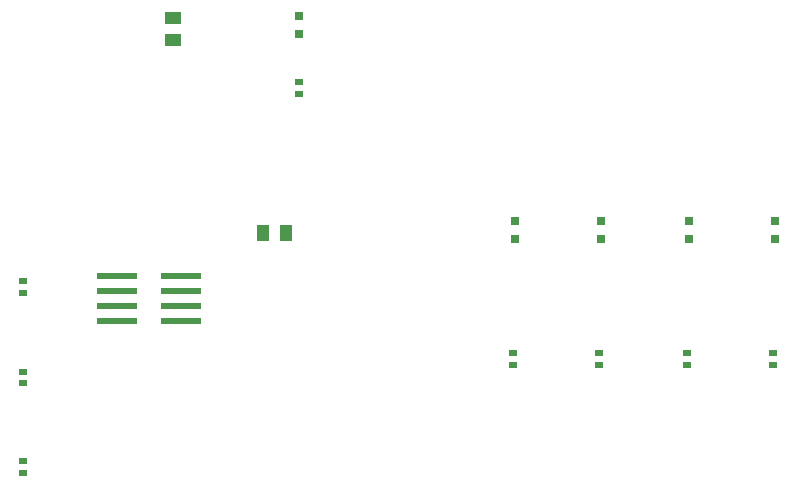
<source format=gtp>
G04*
G04 #@! TF.GenerationSoftware,Altium Limited,Altium Designer,21.6.4 (81)*
G04*
G04 Layer_Color=8421504*
%FSLAX25Y25*%
%MOIN*%
G70*
G04*
G04 #@! TF.SameCoordinates,4A56815A-3FA2-45B3-BCD2-B1825AC70E21*
G04*
G04*
G04 #@! TF.FilePolarity,Positive*
G04*
G01*
G75*
%ADD19R,0.02756X0.02362*%
%ADD20R,0.13386X0.02362*%
%ADD21R,0.03150X0.03150*%
%ADD22R,0.03937X0.05709*%
%ADD23R,0.05709X0.03937*%
D19*
X146000Y149469D02*
D03*
Y145531D02*
D03*
X54000Y48910D02*
D03*
Y52847D02*
D03*
X303900Y55032D02*
D03*
Y58969D02*
D03*
X275400Y55032D02*
D03*
Y58969D02*
D03*
X245900Y55032D02*
D03*
Y58969D02*
D03*
X217400Y55032D02*
D03*
Y58969D02*
D03*
X54000Y79094D02*
D03*
Y83031D02*
D03*
Y19126D02*
D03*
Y23063D02*
D03*
D20*
X85370Y84595D02*
D03*
Y79594D02*
D03*
Y74594D02*
D03*
Y69595D02*
D03*
X106630D02*
D03*
Y74594D02*
D03*
Y79594D02*
D03*
Y84595D02*
D03*
D21*
X304500Y97000D02*
D03*
Y102905D02*
D03*
X276000Y97047D02*
D03*
Y102953D02*
D03*
X246500Y97047D02*
D03*
Y102953D02*
D03*
X218000Y97000D02*
D03*
Y102905D02*
D03*
X146000Y165547D02*
D03*
Y171453D02*
D03*
D22*
X134060Y99094D02*
D03*
X141540D02*
D03*
D23*
X104000Y163354D02*
D03*
Y170835D02*
D03*
M02*

</source>
